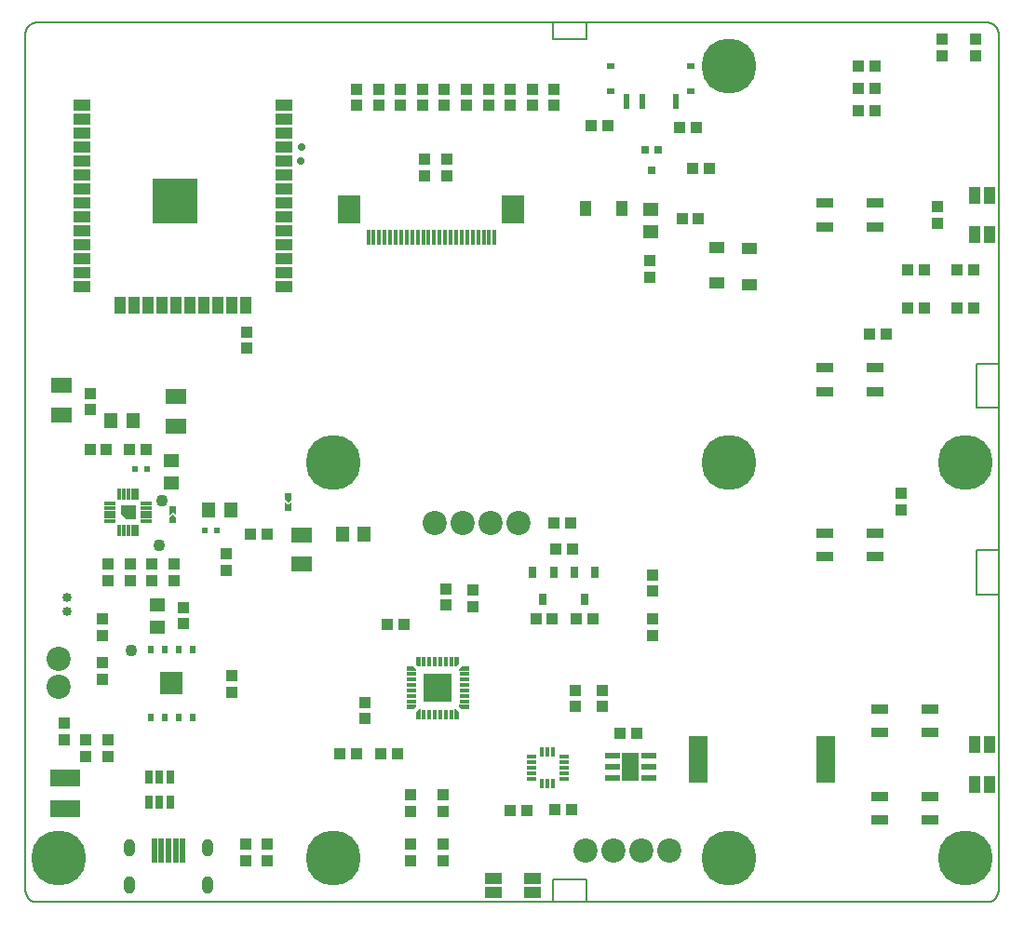
<source format=gbr>
G71*
G90*
G04 Quadcept GERBER*
%MOMM*%
%FSLAX44Y44*%
%ADD10C,0*%
%ADD11C,0.2*%
%ADD12C,0.7*%
%ADD13C,0.85*%
%ADD14C,1.1*%
%ADD15C,2.2*%
%ADD16C,5*%
%ADD17R,0.6X0.6*%
%ADD18R,2.1X2.1*%
%ADD19R,2.6X2.6*%
%ADD20R,4.1X4.1*%
%ADD21O,1.05X1.6*%
%ADD22R,0.3X1.1*%
%ADD23R,0.35X0.85*%
%ADD24R,0.4X0.9*%
%ADD25R,0.4X1.35*%
%ADD26R,0.5X2.25*%
%ADD27R,0.55X0.8*%
%ADD28R,0.6X1.4*%
%ADD29R,0.65X0.5*%
%ADD30R,0.659X0.748*%
%ADD31R,0.7X1.1*%
%ADD32R,0.7X1.1*%
%ADD33R,0.7X1.3*%
%ADD34R,0.85X0.35*%
%ADD35R,0.9X0.4*%
%ADD36R,1X1.1*%
%ADD37R,1X1.5*%
%ADD38R,1X1.6*%
%ADD39R,1.01X1.32*%
%ADD40R,1.1X0.3*%
%ADD41R,1.1X1*%
%ADD42R,1.1X1*%
%ADD43R,1.1X1*%
%ADD44R,1.2X1.45*%
%ADD45R,1.32X1.01*%
%ADD46R,1.35X0.55*%
%ADD47R,1.35X0.55*%
%ADD48R,1.45X1.2*%
%ADD49R,1.5X1*%
%ADD50R,1.6X1*%
%ADD51R,1.6X2.5*%
%ADD52R,1.65X0.85*%
%ADD53R,1.65X0.85*%
%ADD54R,1.8X4.2*%
%ADD55R,1.8X4.2*%
%ADD56R,1.9X1.4*%
%ADD57R,2.1X2.6*%
%ADD58R,2.8X1.6*%
G54D10*
G75*
G36*
G01X-145900Y-47393D02*
G01X-148900Y-50393D01*
G01X-148900Y-55600D01*
G01X-142900Y-55600D01*
G01X-142900Y-50393D01*
G01X-145900Y-47393D01*
G37*
G36*
G01X-148900Y-40100D02*
G01X-148900Y-48307D01*
G01X-145900Y-45307D01*
G01X-142900Y-48307D01*
G01X-142900Y-40100D01*
G01X-148900Y-40100D01*
G37*
G36*
G01X-41000Y-36707D02*
G01X-38000Y-33707D01*
G01X-38000Y-28500D01*
G01X-44000Y-28500D01*
G01X-44000Y-33707D01*
G01X-41000Y-36707D01*
G37*
G36*
G01X-38000Y-44000D02*
G01X-38000Y-35793D01*
G01X-41000Y-38793D01*
G01X-44000Y-35793D01*
G01X-44000Y-44000D01*
G01X-38000Y-44000D01*
G37*
G36*
G01X77193Y-185800D02*
G01X79400Y-185800D01*
G01X79400Y-176800D01*
G01X75400Y-176800D01*
G01X75400Y-184007D01*
G01X77193Y-185800D01*
G37*
G36*
G01X75400Y-188093D02*
G01X73107Y-185800D01*
G01X66400Y-185800D01*
G01X66400Y-189800D01*
G01X75400Y-189800D01*
G01X75400Y-188093D01*
G37*
G36*
G01X114400Y-222507D02*
G01X116693Y-224800D01*
G01X123400Y-224800D01*
G01X123400Y-220800D01*
G01X114400Y-220800D01*
G01X114400Y-222507D01*
G37*
G36*
G01X112107Y-185800D02*
G01X114400Y-183507D01*
G01X114400Y-176800D01*
G01X110400Y-176800D01*
G01X110400Y-185800D01*
G01X112107Y-185800D01*
G37*
G36*
G01X75400Y-222507D02*
G01X75400Y-220800D01*
G01X66400Y-220800D01*
G01X66400Y-224800D01*
G01X73107Y-224800D01*
G01X75400Y-222507D01*
G37*
G36*
G01X114400Y-188093D02*
G01X114400Y-189800D01*
G01X123400Y-189800D01*
G01X123400Y-185800D01*
G01X116693Y-185800D01*
G01X114400Y-188093D01*
G37*
G36*
G01X77693Y-224800D02*
G01X75400Y-227093D01*
G01X75400Y-233800D01*
G01X79400Y-233800D01*
G01X79400Y-224800D01*
G01X77693Y-224800D01*
G37*
G36*
G01X112107Y-224800D02*
G01X110400Y-224800D01*
G01X110400Y-233800D01*
G01X114400Y-233800D01*
G01X114400Y-227093D01*
G01X112107Y-224800D01*
G37*
G36*
G01X-192900Y-39200D02*
G01X-192900Y-47614D01*
G01X-188314Y-52200D01*
G01X-179900Y-52200D01*
G01X-179900Y-39200D01*
G01X-192900Y-39200D01*
G37*
G54D11*
G01X-280000Y-390000D02*
G01X-279659Y-392588D01*
G01X-279659Y-392588D02*
G01X-278660Y-395000D01*
G01X-278660Y-395000D02*
G01X-277071Y-397071D01*
G01X-277071Y-397071D02*
G01X-275000Y-398660D01*
G01X-275000Y-398660D02*
G01X-272588Y-399659D01*
G01X-272588Y-399659D02*
G01X-270000Y-400000D01*
G01X-270000Y-400000D02*
G01X-270000Y-400000D01*
G01X-270000Y-400000D02*
G01X595000Y-400000D01*
G01X595000Y-400000D02*
G01X597588Y-399659D01*
G01X597588Y-399659D02*
G01X600000Y-398660D01*
G01X600000Y-398660D02*
G01X602071Y-397071D01*
G01X602071Y-397071D02*
G01X603660Y-395000D01*
G01X603660Y-395000D02*
G01X604659Y-392588D01*
G01X604659Y-392588D02*
G01X605000Y-390000D01*
G01X605000Y-390000D02*
G01X605000Y-390000D01*
G01X605000Y-390000D02*
G01X605000Y390000D01*
G01X605000Y390000D02*
G01X604659Y392588D01*
G01X604659Y392588D02*
G01X603660Y395000D01*
G01X603660Y395000D02*
G01X602071Y397071D01*
G01X602071Y397071D02*
G01X600000Y398660D01*
G01X600000Y398660D02*
G01X597588Y399659D01*
G01X597588Y399659D02*
G01X595000Y400000D01*
G01X595000Y400000D02*
G01X595000Y400000D01*
G01X595000Y400000D02*
G01X-270000Y400000D01*
G01X-270000Y400000D02*
G01X-272588Y399659D01*
G01X-272588Y399659D02*
G01X-275000Y398660D01*
G01X-275000Y398660D02*
G01X-277071Y397071D01*
G01X-277071Y397071D02*
G01X-278660Y395000D01*
G01X-278660Y395000D02*
G01X-279659Y392588D01*
G01X-279659Y392588D02*
G01X-280000Y390000D01*
G01X-280000Y390000D02*
G01X-280000Y390000D01*
G01X-280000Y390000D02*
G01X-280000Y-390000D01*
G01X585000Y-120600D02*
G01X605000Y-120600D01*
G01X200000Y-399850D02*
G01X200000Y-379850D01*
G01X200000Y-379850D02*
G01X230000Y-379850D01*
G01X230000Y-379850D02*
G01X230000Y-399850D01*
G01X605000Y-80000D02*
G01X585000Y-80000D01*
G01X585000Y89700D02*
G01X605000Y89700D01*
G01X585000Y49700D02*
G01X585000Y89700D01*
G01X605000Y49700D02*
G01X585000Y49700D01*
G01X230000Y400000D02*
G01X230000Y385200D01*
G01X230000Y385200D02*
G01X200000Y385200D01*
G01X200000Y385200D02*
G01X200000Y400000D01*
G01X585000Y-120300D02*
G01X585000Y-80300D01*
G54D12*
X-30000Y274000D03*
X-29000Y287000D03*
G54D13*
X-242500Y-135850D03*
X-242500Y-123350D03*
G54D14*
X-184000Y-171200D03*
X-158000Y-76000D03*
X-156000Y-35000D03*
G54D15*
X91800Y-54900D03*
X117200Y-54900D03*
X142600Y-54900D03*
X168000Y-54900D03*
X305200Y-353400D03*
X279800Y-353400D03*
X254400Y-353400D03*
X229000Y-353400D03*
X-250100Y-178800D03*
X-250100Y-204200D03*
G54D16*
X360000Y360000D03*
X360000Y0000D03*
X360000Y-360000D03*
X575000Y-360000D03*
X575000Y0000D03*
X0000Y-360000D03*
X-250000Y-360000D03*
X0000Y0000D03*
G54D17*
X-169600Y-6000D03*
X-180600Y-6000D03*
X-105800Y-62300D03*
X-116800Y-62300D03*
G54D18*
X-147000Y-201200D03*
G54D19*
X94900Y-205300D03*
G54D20*
X-143700Y238000D03*
G54D21*
X-185750Y-350500D03*
X-185750Y-385000D03*
X-114250Y-350500D03*
X-114250Y-385000D03*
G54D22*
X-190400Y-62200D03*
X-186400Y-62200D03*
X-178400Y-29200D03*
X-190400Y-29200D03*
X-194400Y-62200D03*
X-182400Y-62200D03*
X-178400Y-62200D03*
X-182400Y-29200D03*
X-186400Y-29200D03*
X-194400Y-29200D03*
G54D23*
X200000Y-263250D03*
X195000Y-263250D03*
X190000Y-263250D03*
X190000Y-292750D03*
X195000Y-292750D03*
X200000Y-292750D03*
G54D24*
X102400Y-181300D03*
X92400Y-181300D03*
X87400Y-181300D03*
X82400Y-181300D03*
X107400Y-229300D03*
X107400Y-181300D03*
X82400Y-229300D03*
X87400Y-229300D03*
X97400Y-229300D03*
X102400Y-229300D03*
X97400Y-181300D03*
X92400Y-229300D03*
G54D25*
X146700Y204250D03*
X121700Y204250D03*
X116700Y204250D03*
X141700Y204250D03*
X136700Y204250D03*
X131700Y204250D03*
X126700Y204250D03*
X106700Y204250D03*
X101700Y204250D03*
X96700Y204250D03*
X91700Y204250D03*
X86700Y204250D03*
X81700Y204250D03*
X76700Y204250D03*
X71700Y204250D03*
X61700Y204250D03*
X56700Y204250D03*
X51700Y204250D03*
X46700Y204250D03*
X41700Y204250D03*
X36700Y204250D03*
X31700Y204250D03*
X66700Y204250D03*
X111700Y204250D03*
G54D26*
X-143500Y-353400D03*
X-163000Y-353400D03*
X-156500Y-353400D03*
X-150000Y-353400D03*
X-137000Y-353400D03*
G54D27*
X-166050Y-232200D03*
X-153350Y-232200D03*
X-127950Y-232200D03*
X-127950Y-170200D03*
X-140650Y-170200D03*
X-153350Y-170200D03*
X-166050Y-170200D03*
X-140650Y-232200D03*
G54D28*
X311400Y328600D03*
X281400Y328600D03*
X266400Y328600D03*
G54D29*
X325150Y360600D03*
X252650Y337600D03*
X252650Y360600D03*
X325150Y337600D03*
G54D30*
X289400Y266000D03*
X295620Y283900D03*
X283180Y283900D03*
G54D31*
X238200Y-100500D03*
X219200Y-100500D03*
X200200Y-100500D03*
X181200Y-100500D03*
G54D32*
X228700Y-124500D03*
X190700Y-124500D03*
G54D33*
X-148500Y-286500D03*
X-167500Y-286500D03*
X-167500Y-309500D03*
X-158000Y-309500D03*
X-148500Y-309500D03*
X-158000Y-286500D03*
G54D34*
X180250Y-268000D03*
X209750Y-278000D03*
X209750Y-283000D03*
X209750Y-288000D03*
X209750Y-273000D03*
X180250Y-278000D03*
X209750Y-268000D03*
X180250Y-273000D03*
X180250Y-283000D03*
X180250Y-288000D03*
G54D35*
X70900Y-192800D03*
X70900Y-197800D03*
X70900Y-202800D03*
X70900Y-207800D03*
X118900Y-212800D03*
X118900Y-207800D03*
X118900Y-202800D03*
X70900Y-212800D03*
X70900Y-217800D03*
X118900Y-197800D03*
X118900Y-192800D03*
X118900Y-217800D03*
G54D36*
X-221400Y62700D03*
X-221400Y47700D03*
X290000Y-117500D03*
X290000Y-102500D03*
X29000Y-218500D03*
X29000Y-233500D03*
X-165000Y-92500D03*
X-165000Y-107500D03*
X-145000Y-92500D03*
X-145000Y-107500D03*
X201000Y324500D03*
X201000Y339500D03*
X181000Y324500D03*
X181000Y339500D03*
X161000Y324500D03*
X161000Y339500D03*
X141000Y324500D03*
X141000Y339500D03*
X121000Y324500D03*
X121000Y339500D03*
X101000Y324500D03*
X101000Y339500D03*
X81000Y324500D03*
X81000Y339500D03*
X61000Y324500D03*
X61000Y339500D03*
X41000Y324500D03*
X41000Y339500D03*
X21000Y324500D03*
X21000Y339500D03*
X288200Y183100D03*
X288200Y168100D03*
X-205000Y-267500D03*
X-205000Y-252500D03*
X-185000Y-92500D03*
X-185000Y-107500D03*
X-205000Y-92500D03*
X-205000Y-107500D03*
X-136700Y-147000D03*
X-136700Y-132000D03*
X-210000Y-182500D03*
X-210000Y-197500D03*
X-245000Y-252500D03*
X-245000Y-237500D03*
X126800Y-116100D03*
X126800Y-131100D03*
X102300Y-115100D03*
X102300Y-130100D03*
X-97100Y-83600D03*
X-97100Y-98600D03*
X290000Y-142500D03*
X290000Y-157500D03*
X-78600Y118500D03*
X-78600Y103500D03*
X245000Y-222500D03*
X245000Y-207500D03*
X220000Y-222500D03*
X220000Y-207500D03*
X83000Y275500D03*
X83000Y260500D03*
X103000Y275500D03*
X103000Y260500D03*
X-210000Y-157500D03*
X-210000Y-142500D03*
X549400Y232600D03*
X549400Y217600D03*
X-225000Y-252500D03*
X-225000Y-267500D03*
X100000Y-317500D03*
X100000Y-302500D03*
X70000Y-317500D03*
X70000Y-302500D03*
X70000Y-362500D03*
X70000Y-347500D03*
X100000Y-362500D03*
X100000Y-347500D03*
X-60000Y-347500D03*
X-60000Y-362500D03*
X-80000Y-347500D03*
X-80000Y-362500D03*
X-92000Y-209500D03*
X-92000Y-194500D03*
X516000Y-28500D03*
X516000Y-43500D03*
G54D37*
X596500Y243000D03*
X583500Y207000D03*
X583500Y243000D03*
X596500Y207000D03*
X596500Y-257000D03*
X583500Y-257000D03*
X583500Y-293000D03*
X596500Y-293000D03*
G54D38*
X-168300Y143000D03*
X-155600Y143000D03*
X-142900Y143000D03*
X-130200Y143000D03*
X-117500Y143000D03*
X-104800Y143000D03*
X-92100Y143000D03*
X-181000Y143000D03*
X-79400Y143000D03*
X-193700Y143000D03*
G54D39*
X262450Y230600D03*
X229750Y230600D03*
G54D40*
X-202900Y-45700D03*
X-202900Y-49700D03*
X-202900Y-53700D03*
X-169900Y-53700D03*
X-169900Y-49700D03*
X-169900Y-45700D03*
X-169900Y-41700D03*
X-169900Y-37700D03*
X-202900Y-37700D03*
X-202900Y-41700D03*
G54D41*
X553550Y384900D03*
X553550Y369900D03*
G54D42*
X261000Y-246500D03*
X276000Y-246500D03*
X216600Y-316300D03*
X201600Y-316300D03*
X64300Y-147900D03*
X49300Y-147900D03*
X317100Y221700D03*
X332100Y221700D03*
X175800Y-316800D03*
X160800Y-316800D03*
X184100Y-142500D03*
X199100Y-142500D03*
X202300Y-79100D03*
X217300Y-79100D03*
X215500Y-54900D03*
X200500Y-54900D03*
X236300Y-142500D03*
X221300Y-142500D03*
X-185400Y11800D03*
X-170400Y11800D03*
X-206400Y11200D03*
X-221400Y11200D03*
X-75600Y-65300D03*
X-60600Y-65300D03*
X249700Y306600D03*
X234700Y306600D03*
X315200Y304600D03*
X330200Y304600D03*
X326900Y267700D03*
X341900Y267700D03*
X537500Y175000D03*
X522500Y175000D03*
X492500Y340000D03*
X477500Y340000D03*
X492500Y360000D03*
X477500Y360000D03*
X477500Y320000D03*
X492500Y320000D03*
X58000Y-265000D03*
X43000Y-265000D03*
X21000Y-265000D03*
X6000Y-265000D03*
X567500Y175000D03*
X582500Y175000D03*
X567500Y140000D03*
X582500Y140000D03*
X522500Y140000D03*
X537500Y140000D03*
X502500Y117000D03*
X487500Y117000D03*
G54D43*
X584050Y369900D03*
X584050Y384900D03*
G54D44*
X-182300Y37600D03*
X-202300Y37600D03*
X8100Y-65700D03*
X28100Y-65700D03*
X-93300Y-43300D03*
X-113300Y-43300D03*
G54D45*
X348500Y162750D03*
X348500Y195450D03*
X378600Y194550D03*
X378600Y161850D03*
G54D46*
X287150Y-267300D03*
X287150Y-287300D03*
X287150Y-277300D03*
G54D47*
X253650Y-267300D03*
X253650Y-277300D03*
X253650Y-287300D03*
G54D48*
X-160500Y-130200D03*
X-160500Y-150200D03*
X-147600Y1500D03*
X-147600Y-18500D03*
X288300Y209700D03*
X288300Y229700D03*
G54D49*
X181500Y-391500D03*
X181500Y-378500D03*
X145500Y-378500D03*
X145500Y-391500D03*
G54D50*
X-228700Y286900D03*
X-228700Y274200D03*
X-44700Y236100D03*
X-44700Y248800D03*
X-228700Y312300D03*
X-228700Y299600D03*
X-228700Y261500D03*
X-228700Y248800D03*
X-228700Y236100D03*
X-228700Y223400D03*
X-228700Y210700D03*
X-228700Y198000D03*
X-228700Y185300D03*
X-228700Y172600D03*
X-228700Y159900D03*
X-44700Y159900D03*
X-44700Y172600D03*
X-44700Y185300D03*
X-44700Y198000D03*
X-44700Y210700D03*
X-44700Y223400D03*
X-44700Y261500D03*
X-44700Y299600D03*
X-44700Y312300D03*
X-44700Y286900D03*
X-44700Y274200D03*
X-228700Y325000D03*
X-44700Y325000D03*
G54D51*
X270400Y-277300D03*
G54D52*
X492750Y235750D03*
X492750Y214250D03*
X492750Y85750D03*
X492750Y64250D03*
X492750Y-85750D03*
X492750Y-64250D03*
X542750Y-224250D03*
X542750Y-245750D03*
X542750Y-304250D03*
X542750Y-325750D03*
G54D53*
X447250Y235750D03*
X447250Y214250D03*
X447250Y85750D03*
X447250Y64250D03*
X447250Y-64250D03*
X447250Y-85750D03*
X497250Y-224250D03*
X497250Y-245750D03*
X497250Y-304250D03*
X497250Y-325750D03*
G54D54*
X448000Y-270000D03*
G54D55*
X332000Y-270000D03*
G54D56*
X-247400Y69600D03*
X-247400Y42600D03*
X-143400Y33100D03*
X-143400Y60100D03*
X-28700Y-65900D03*
X-28700Y-92900D03*
G54D57*
X163700Y230000D03*
X14700Y230000D03*
G54D58*
X-244000Y-315000D03*
X-244000Y-287000D03*
M02*

</source>
